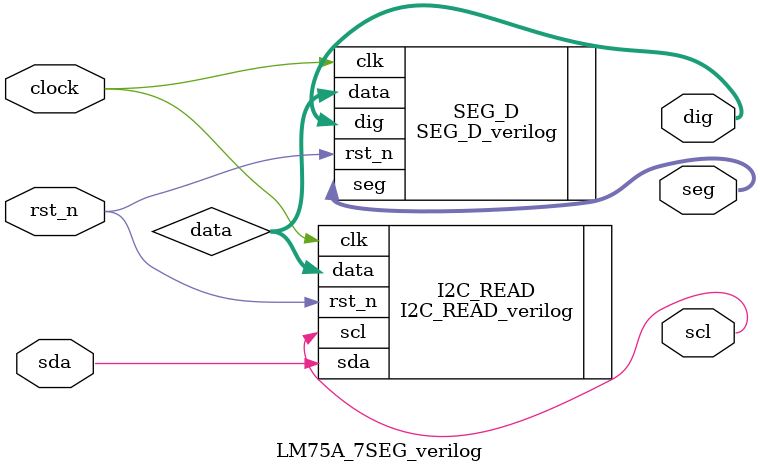
<source format=v>
module LM75A_7SEG_verilog(
	input clock, rst_n, 	
	output scl, 	
	inout sda,
	output[4:1] dig,  
	output[7:0] seg
);
	wire[15:0] data;
	I2C_READ_verilog I2C_READ(
		.clk(clock),
		.rst_n(rst_n),
		.scl(scl),
		.sda(sda),
		.data(data) 
	);
	SEG_D_verilog  SEG_D(
		.clk(clock),
		.rst_n(rst_n),
		.dig(dig),
		.seg(seg),
		.data(data)
	);
endmodule

</source>
